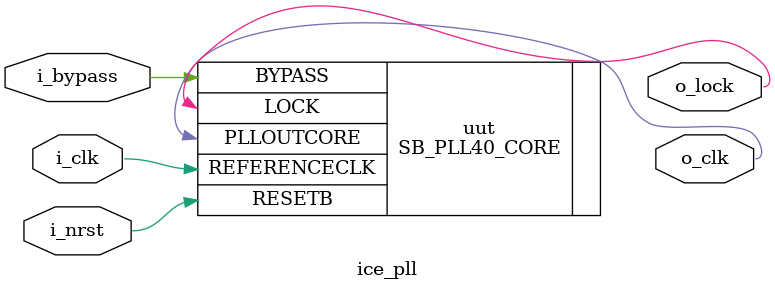
<source format=v>
`timescale 1ps/1ps
module ice_pll(  
   input    i_clk,
   input    i_nrst,
   input    i_bypass,
   output   o_clk, 
   output   o_lock
);

// All PLL settings available on the icestick
// Select one...

// PLLOUT = 16.875MHz
//     parameter p_divr = 4'd0;
//     parameter p_divf = 7'd44;
//     parameter p_divq = 3'd5;
// PLLOUT = 17.25MHz
//     parameter p_divr = 4'd0;
//     parameter p_divf = 7'd45;
//     parameter p_divq = 3'd5;
// PLLOUT = 17.625MHz
//     parameter p_divr = 4'd0;
//     parameter p_divf = 7'd46;
//     parameter p_divq = 3'd5;
// PLLOUT = 18.0MHz
//     parameter p_divr = 4'd0;
//     parameter p_divf = 7'd47;
//     parameter p_divq = 3'd5;
// PLLOUT = 18.375MHz
//     parameter p_divr = 4'd0;
//     parameter p_divf = 7'd48;
//     parameter p_divq = 3'd5;
// PLLOUT = 18.75MHz
//     parameter p_divr = 4'd0;
//     parameter p_divf = 7'd49;
//     parameter p_divq = 3'd5;
// PLLOUT = 19.125MHz
//     parameter p_divr = 4'd0;
//     parameter p_divf = 7'd50;
//     parameter p_divq = 3'd5;
// PLLOUT = 19.5MHz
//     parameter p_divr = 4'd0;
//     parameter p_divf = 7'd51;
//     parameter p_divq = 3'd5;
// PLLOUT = 19.875MHz
//     parameter p_divr = 4'd0;
//     parameter p_divf = 7'd52;
//     parameter p_divq = 3'd5;
// PLLOUT = 20.25MHz
//     parameter p_divr = 4'd0;
//     parameter p_divf = 7'd53;
//     parameter p_divq = 3'd5;
// PLLOUT = 20.625MHz
//     parameter p_divr = 4'd0;
//     parameter p_divf = 7'd54;
//     parameter p_divq = 3'd5;
// PLLOUT = 21.0MHz
//     parameter p_divr = 4'd0;
//     parameter p_divf = 7'd55;
//     parameter p_divq = 3'd5;
// PLLOUT = 21.375MHz
//     parameter p_divr = 4'd0;
//     parameter p_divf = 7'd56;
//     parameter p_divq = 3'd5;
// PLLOUT = 21.75MHz
//     parameter p_divr = 4'd0;
//     parameter p_divf = 7'd57;
//     parameter p_divq = 3'd5;
// PLLOUT = 22.125MHz
//     parameter p_divr = 4'd0;
//     parameter p_divf = 7'd58;
//     parameter p_divq = 3'd5;
// PLLOUT = 22.5MHz
//     parameter p_divr = 4'd0;
//     parameter p_divf = 7'd59;
//     parameter p_divq = 3'd5;
// PLLOUT = 22.875MHz
//     parameter p_divr = 4'd0;
//     parameter p_divf = 7'd60;
//     parameter p_divq = 3'd5;
// PLLOUT = 23.25MHz
//     parameter p_divr = 4'd0;
//     parameter p_divf = 7'd61;
//     parameter p_divq = 3'd5;
// PLLOUT = 23.625MHz
//     parameter p_divr = 4'd0;
//     parameter p_divf = 7'd62;
//     parameter p_divq = 3'd5;
// PLLOUT = 24.0MHz
//     parameter p_divr = 4'd0;
//     parameter p_divf = 7'd63;
//     parameter p_divq = 3'd5;
// PLLOUT = 33.75MHz
//     parameter p_divr = 4'd0;
//     parameter p_divf = 7'd44;
//     parameter p_divq = 3'd4;
// PLLOUT = 34.5MHz
//     parameter p_divr = 4'd0;
//     parameter p_divf = 7'd45;
//     parameter p_divq = 3'd4;
// PLLOUT = 35.25MHz
//     parameter p_divr = 4'd0;
//     parameter p_divf = 7'd46;
//     parameter p_divq = 3'd4;
// PLLOUT = 36.0MHz
//     parameter p_divr = 4'd0;
//     parameter p_divf = 7'd47;
//     parameter p_divq = 3'd4;
// PLLOUT = 36.75MHz
//     parameter p_divr = 4'd0;
//     parameter p_divf = 7'd48;
//     parameter p_divq = 3'd4;
// PLLOUT = 37.5MHz
//     parameter p_divr = 4'd0;
//     parameter p_divf = 7'd49;
//     parameter p_divq = 3'd4;
// PLLOUT = 38.25MHz
//     parameter p_divr = 4'd0;
//     parameter p_divf = 7'd50;
//     parameter p_divq = 3'd4;
// PLLOUT = 39.0MHz
//     parameter p_divr = 4'd0;
//     parameter p_divf = 7'd51;
//     parameter p_divq = 3'd4;
// PLLOUT = 39.75MHz
//     parameter p_divr = 4'd0;
//     parameter p_divf = 7'd52;
//     parameter p_divq = 3'd4;
// PLLOUT = 40.5MHz
//     parameter p_divr = 4'd0;
//     parameter p_divf = 7'd53;
//     parameter p_divq = 3'd4;
// PLLOUT = 41.25MHz
//     parameter p_divr = 4'd0;
//     parameter p_divf = 7'd54;
//     parameter p_divq = 3'd4;
// PLLOUT = 42.0MHz
//     parameter p_divr = 4'd0;
//     parameter p_divf = 7'd55;
//     parameter p_divq = 3'd4;
// PLLOUT = 42.75MHz
//     parameter p_divr = 4'd0;
//     parameter p_divf = 7'd56;
//     parameter p_divq = 3'd4;
// PLLOUT = 43.5MHz
//     parameter p_divr = 4'd0;
//     parameter p_divf = 7'd57;
//     parameter p_divq = 3'd4;
// PLLOUT = 44.25MHz
//     parameter p_divr = 4'd0;
//     parameter p_divf = 7'd58;
//     parameter p_divq = 3'd4;
// PLLOUT = 45.0MHz
//     parameter p_divr = 4'd0;
//     parameter p_divf = 7'd59;
//     parameter p_divq = 3'd4;
// PLLOUT = 45.75MHz
//     parameter p_divr = 4'd0;
//     parameter p_divf = 7'd60;
//     parameter p_divq = 3'd4;
// PLLOUT = 46.5MHz
//     parameter p_divr = 4'd0;
//     parameter p_divf = 7'd61;
//     parameter p_divq = 3'd4;
// PLLOUT = 47.25MHz
//     parameter p_divr = 4'd0;
//     parameter p_divf = 7'd62;
//     parameter p_divq = 3'd4;
// PLLOUT = 48.0MHz
//     parameter p_divr = 4'd0;
//     parameter p_divf = 7'd63;
//     parameter p_divq = 3'd4;
// PLLOUT = 67.5MHz
//     parameter p_divr = 4'd0;
//     parameter p_divf = 7'd44;
//     parameter p_divq = 3'd3;
// PLLOUT = 69.0MHz
//     parameter p_divr = 4'd0;
//     parameter p_divf = 7'd45;
//     parameter p_divq = 3'd3;
// PLLOUT = 70.5MHz
//     parameter p_divr = 4'd0;
//     parameter p_divf = 7'd46;
//     parameter p_divq = 3'd3;
// PLLOUT = 72.0MHz
//     parameter p_divr = 4'd0;
//     parameter p_divf = 7'd47;
//     parameter p_divq = 3'd3;
// PLLOUT = 73.5MHz
//     parameter p_divr = 4'd0;
//     parameter p_divf = 7'd48;
//     parameter p_divq = 3'd3;
// PLLOUT = 75.0MHz
//     parameter p_divr = 4'd0;
//     parameter p_divf = 7'd49;
//     parameter p_divq = 3'd3;
// PLLOUT = 76.5MHz
//     parameter p_divr = 4'd0;
//     parameter p_divf = 7'd50;
//     parameter p_divq = 3'd3;
// PLLOUT = 78.0MHz
//     parameter p_divr = 4'd0;
//     parameter p_divf = 7'd51;
//     parameter p_divq = 3'd3;
// PLLOUT = 79.5MHz
//     parameter p_divr = 4'd0;
//     parameter p_divf = 7'd52;
//     parameter p_divq = 3'd3;
// PLLOUT = 81.0MHz
//     parameter p_divr = 4'd0;
//     parameter p_divf = 7'd53;
//     parameter p_divq = 3'd3;
// PLLOUT = 82.5MHz
//     parameter p_divr = 4'd0;
//     parameter p_divf = 7'd54;
//     parameter p_divq = 3'd3;
// PLLOUT = 84.0MHz
//     parameter p_divr = 4'd0;
//     parameter p_divf = 7'd55;
//     parameter p_divq = 3'd3;
// PLLOUT = 85.5MHz
//     parameter p_divr = 4'd0;
//     parameter p_divf = 7'd56;
//     parameter p_divq = 3'd3;
// PLLOUT = 87.0MHz
//     parameter p_divr = 4'd0;
//     parameter p_divf = 7'd57;
//     parameter p_divq = 3'd3;
// PLLOUT = 88.5MHz
//     parameter p_divr = 4'd0;
//     parameter p_divf = 7'd58;
//     parameter p_divq = 3'd3;
// PLLOUT = 90.0MHz
//     parameter p_divr = 4'd0;
//     parameter p_divf = 7'd59;
//     parameter p_divq = 3'd3;
// PLLOUT = 91.5MHz
//     parameter p_divr = 4'd0;
//     parameter p_divf = 7'd60;
//     parameter p_divq = 3'd3;
// PLLOUT = 93.0MHz
//     parameter p_divr = 4'd0;
//     parameter p_divf = 7'd61;
//     parameter p_divq = 3'd3;
// PLLOUT = 94.5MHz
//     parameter p_divr = 4'd0;
//     parameter p_divf = 7'd62;
//     parameter p_divq = 3'd3;
// PLLOUT = 96.0MHz
//     parameter p_divr = 4'd0;
//     parameter p_divf = 7'd63;
//     parameter p_divq = 3'd3;
// PLLOUT = 135.0MHz
//     parameter p_divr = 4'd0;
//     parameter p_divf = 7'd44;
//     parameter p_divq = 3'd2;
// PLLOUT = 138.0MHz
//     parameter p_divr = 4'd0;
//     parameter p_divf = 7'd45;
//     parameter p_divq = 3'd2;
// PLLOUT = 141.0MHz
//     parameter p_divr = 4'd0;
//     parameter p_divf = 7'd46;
//     parameter p_divq = 3'd2;
// PLLOUT = 144.0MHz
//     parameter p_divr = 4'd0;
//     parameter p_divf = 7'd47;
//     parameter p_divq = 3'd2;
// PLLOUT = 147.0MHz
//     parameter p_divr = 4'd0;
//     parameter p_divf = 7'd48;
//     parameter p_divq = 3'd2;
// PLLOUT = 150.0MHz
//     parameter p_divr = 4'd0;
//     parameter p_divf = 7'd49;
//     parameter p_divq = 3'd2;
// PLLOUT = 153.0MHz
//     parameter p_divr = 4'd0;
//     parameter p_divf = 7'd50;
//     parameter p_divq = 3'd2;
// PLLOUT = 156.0MHz
//     parameter p_divr = 4'd0;
//     parameter p_divf = 7'd51;
//     parameter p_divq = 3'd2;
// PLLOUT = 159.0MHz
//     parameter p_divr = 4'd0;
//     parameter p_divf = 7'd52;
//     parameter p_divq = 3'd2;
// PLLOUT = 162.0MHz
//     parameter p_divr = 4'd0;
//     parameter p_divf = 7'd53;
//     parameter p_divq = 3'd2;
// PLLOUT = 165.0MHz
//     parameter p_divr = 4'd0;
//     parameter p_divf = 7'd54;
//     parameter p_divq = 3'd2;
// PLLOUT = 168.0MHz
//     parameter p_divr = 4'd0;
//     parameter p_divf = 7'd55;
//     parameter p_divq = 3'd2;
// PLLOUT = 171.0MHz
//     parameter p_divr = 4'd0;
//     parameter p_divf = 7'd56;
//     parameter p_divq = 3'd2;
// PLLOUT = 174.0MHz
//     parameter p_divr = 4'd0;
//     parameter p_divf = 7'd57;
//     parameter p_divq = 3'd2;
// PLLOUT = 177.0MHz
//     parameter p_divr = 4'd0;
//     parameter p_divf = 7'd58;
//     parameter p_divq = 3'd2;
// PLLOUT = 180.0MHz
//     parameter p_divr = 4'd0;
//     parameter p_divf = 7'd59;
//     parameter p_divq = 3'd2;
// PLLOUT = 183.0MHz
//     parameter p_divr = 4'd0;
//     parameter p_divf = 7'd60;
//     parameter p_divq = 3'd2;
// PLLOUT = 186.0MHz
//     parameter p_divr = 4'd0;
//     parameter p_divf = 7'd61;
//     parameter p_divq = 3'd2;
// PLLOUT = 189.0MHz
//     parameter p_divr = 4'd0;
//     parameter p_divf = 7'd62;
//     parameter p_divq = 3'd2;
// PLLOUT = 192.0MHz
     parameter p_divr = 4'd0;
     parameter p_divf = 7'd63;
     parameter p_divq = 3'd2;
// PLLOUT = 270.0MHz
//     parameter p_divr = 4'd0;
//     parameter p_divf = 7'd44;
//     parameter p_divq = 3'd1;

   `ifdef SIM
      
      // Clock
      parameter   FREQ  = (12 * (p_divf + 1)) / ((2 ** p_divq) * (p_divr +1));
      parameter   CLK   = (10 ** 6)/FREQ; 

      reg s_clk;
      
      initial begin
		   while(1) begin
			   #(CLK/2)  s_clk = 0;
			   #(CLK/2)  s_clk = 1;
		   end
	   end
     
      assign o_clk = (i_bypass) ? i_clk : s_clk;
  

      // Lock 
      reg s_lock;

      always@(posedge i_clk or negedge i_nrst) begin
         if(!i_nrst) begin
            s_lock   <= 1'b0;
         end else begin
            if(!s_lock)
               s_lock = $random;
         end
      end

      assign o_lock = s_lock;

   `else
      SB_PLL40_CORE #(
         .FEEDBACK_PATH ("SIMPLE"   ),
         .PLLOUT_SELECT ("GENCLK"   ),
         .DIVR          (p_divr     ),
         .DIVF          (p_divf     ),
         .DIVQ          (p_divq     ),
         .FILTER_RANGE  (3'b001     )  // Always 1 https://www.reddit.com/r/yosys/comments/3yrq6d/are_plls_supported_on_the_icestick_hw/
      ) uut (
         .LOCK          (o_lock     ),
         .RESETB        (i_nrst     ),
         .BYPASS        (i_bypass   ),
         .REFERENCECLK  (i_clk      ),
         .PLLOUTCORE    (o_clk      )
      );
   `endif

endmodule


</source>
